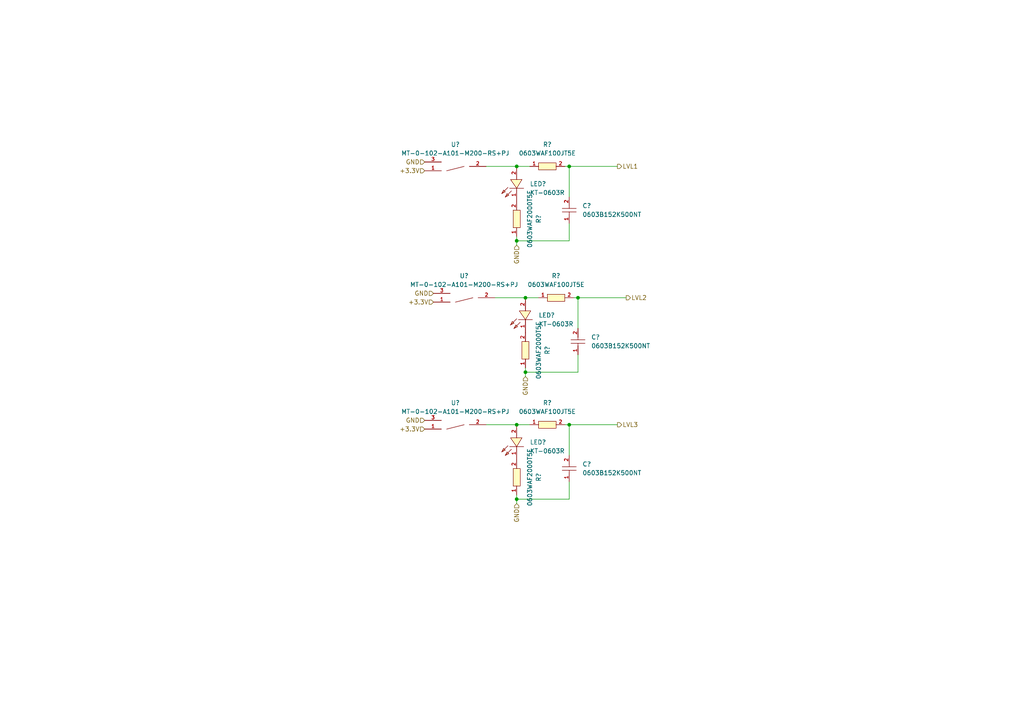
<source format=kicad_sch>
(kicad_sch (version 20230121) (generator eeschema)
  (paper "A4")
  (lib_symbols
    (symbol "0603B152K500NT:0603B152K500NT" (pin_names hide)
      (property "Reference" "C" (at 0 1.27 0))
      (property "Value" "0603B152K500NT" (at 0 -2.54 0))
      (symbol "0603B152K500NT_0_1"
        (polyline (pts (xy -1.27 0) (xy -0.508 0)))
        (polyline (pts (xy -0.508 2.032) (xy -0.508 -2.032)))
        (polyline (pts (xy 0.508 0) (xy 1.27 0)))
        (polyline (pts (xy 0.508 2.032) (xy 0.508 -2.032)))
        (pin input line (at -3.81 0 0) (length 2.54) (name "1") (number "1"))
        (pin input line (at 3.81 0 180) (length 2.54) (name "2") (number "2"))
      )
    )
    (symbol "0603WAF100JT5E:0603WAF100JT5E" (pin_names hide)
      (property "Reference" "R" (at 0 1.27 0))
      (property "Value" "0603WAF100JT5E" (at 0 -2.54 0))
      (symbol "0603WAF100JT5E_0_1"
        (rectangle (start -2.54 1.016) (end 2.54 -1.016) (fill (type background)))
        (pin input line (at -5.08 0 0) (length 2.54) (name "1") (number "1"))
        (pin input line (at 5.08 0 180) (length 2.54) (name "2") (number "2"))
      )
    )
    (symbol "0603WAF2000T5E:0603WAF2000T5E" (pin_names hide)
      (property "Reference" "R" (at 0 1.27 0))
      (property "Value" "0603WAF2000T5E" (at 0 -2.54 0))
      (symbol "0603WAF2000T5E_0_1"
        (rectangle (start -2.54 1.016) (end 2.54 -1.016) (fill (type background)))
        (pin input line (at -5.08 0 0) (length 2.54) (name "1") (number "1"))
        (pin input line (at 5.08 0 180) (length 2.54) (name "2") (number "2"))
      )
    )
    (symbol "KT-0603R:KT-0603R" (pin_names hide)
      (property "Reference" "LED" (at 0 1.27 0))
      (property "Value" "KT-0603R" (at 0 -2.54 0))
      (symbol "KT-0603R_0_1"
        (polyline (pts (xy -2.032 1.524) (xy -3.81 3.302)))
        (polyline (pts (xy -1.27 2.032) (xy -1.27 -2.032)))
        (polyline (pts (xy -1.016 2.54) (xy -2.794 4.318)))
        (polyline (pts (xy -3.81 3.302) (xy -2.794 2.794) (xy -3.302 2.286) (xy -3.81 3.302)) (fill (type background)))
        (polyline (pts (xy -2.794 4.318) (xy -1.778 3.81) (xy -2.286 3.302) (xy -2.794 4.318)) (fill (type background)))
        (polyline (pts (xy 1.27 -1.524) (xy -1.27 0) (xy 1.27 1.778) (xy 1.27 -1.524)) (fill (type background)))
        (pin unspecified line (at -5.08 0 0) (length 3.81) (name "K") (number "1"))
        (pin unspecified line (at 5.08 0 180) (length 3.81) (name "A") (number "2"))
      )
    )
    (symbol "MT-0-102-A101-M200-RS+PJ:MT-0-102-A101-M200-RS+PJ" (pin_names hide)
      (property "Reference" "U" (at 0 1.27 0))
      (property "Value" "MT-0-102-A101-M200-RS+PJ" (at 0 -2.54 0))
      (symbol "MT-0-102-A101-M200-RS+PJ_0_1"
        (polyline (pts (xy -3.81 -1.27) (xy 1.27 -2.54)))
        (pin unspecified line (at 7.62 -2.54 180) (length 4.826) (name "1") (number "1"))
        (pin unspecified line (at -10.16 -1.27 0) (length 4.826) (name "2") (number "2"))
        (pin unspecified line (at 7.62 0 180) (length 4.826) (name "3") (number "3"))
      )
    )
  )
  (junction (at 149.86 48.26))
  (junction (at 149.86 144.78))
  (junction (at 152.4 107.95))
  (junction (at 167.64 86.36))
  (junction (at 149.86 123.19))
  (junction (at 149.86 69.85))
  (junction (at 152.4 86.36))
  (junction (at 165.1 48.26))
  (junction (at 165.1 123.19))
  (wire (pts (xy 165.1 48.26) (xy 165.1 57.15)))
  (wire (pts (xy 165.1 139.7) (xy 165.1 144.78)))
  (wire (pts (xy 140.97 48.26) (xy 149.86 48.26)))
  (wire (pts (xy 165.1 48.26) (xy 179.07 48.26)))
  (wire (pts (xy 163.83 123.19) (xy 165.1 123.19)))
  (wire (pts (xy 165.1 123.19) (xy 165.1 132.08)))
  (wire (pts (xy 149.86 123.19) (xy 153.67 123.19)))
  (wire (pts (xy 165.1 144.78) (xy 149.86 144.78)))
  (wire (pts (xy 149.86 143.51) (xy 149.86 144.78)))
  (wire (pts (xy 165.1 123.19) (xy 179.07 123.19)))
  (wire (pts (xy 163.83 48.26) (xy 165.1 48.26)))
  (wire (pts (xy 140.97 123.19) (xy 149.86 123.19)))
  (wire (pts (xy 149.86 144.78) (xy 149.86 146.05)))
  (wire (pts (xy 149.86 48.26) (xy 153.67 48.26)))
  (wire (pts (xy 167.64 86.36) (xy 181.61 86.36)))
  (wire (pts (xy 152.4 106.68) (xy 152.4 107.95)))
  (wire (pts (xy 165.1 64.77) (xy 165.1 69.85)))
  (wire (pts (xy 166.37 86.36) (xy 167.64 86.36)))
  (wire (pts (xy 149.86 68.58) (xy 149.86 69.85)))
  (wire (pts (xy 167.64 107.95) (xy 152.4 107.95)))
  (wire (pts (xy 165.1 69.85) (xy 149.86 69.85)))
  (wire (pts (xy 167.64 86.36) (xy 167.64 95.25)))
  (wire (pts (xy 152.4 107.95) (xy 152.4 109.22)))
  (wire (pts (xy 152.4 86.36) (xy 156.21 86.36)))
  (wire (pts (xy 167.64 102.87) (xy 167.64 107.95)))
  (wire (pts (xy 149.86 69.85) (xy 149.86 71.12)))
  (wire (pts (xy 143.51 86.36) (xy 152.4 86.36)))
  (hierarchical_label "+3.3V" (shape input) (at 123.19 49.53 180))
  (hierarchical_label "+3.3V" (shape input) (at 125.73 87.63 180))
  (hierarchical_label "GND" (shape input) (at 152.4 109.22 270))
  (hierarchical_label "GND" (shape input) (at 123.19 121.92 180))
  (hierarchical_label "GND" (shape input) (at 149.86 146.05 270))
  (hierarchical_label "GND" (shape input) (at 149.86 71.12 270))
  (hierarchical_label "GND" (shape input) (at 125.73 85.09 180))
  (hierarchical_label "GND" (shape input) (at 123.19 46.99 180))
  (hierarchical_label "LVL1" (shape output) (at 179.07 48.26 0))
  (hierarchical_label "+3.3V" (shape input) (at 123.19 124.46 180))
  (hierarchical_label "LVL2" (shape output) (at 181.61 86.36 0))
  (hierarchical_label "LVL3" (shape output) (at 179.07 123.19 0))
  (symbol (lib_id "0603WAF100JT5E:0603WAF100JT5E") (at 158.75 123.19 0) (unit 1)
    (property "Reference" "R?" (at 158.75 116.84 0))
    (property "Value" "0603WAF100JT5E" (at 158.75 119.38 0))
    (property "Footprint" "footprint:R0603" (effects hide))
    (property "Datasheet" "https://www.mouser.in/datasheet/2/447/PYu_RT_1_to_0_01_RoHS_L_11-1669912.pdf" (effects hide))
    (property "LCSC" "C22859" (effects hide))
    (instances (project "Kaboom_box" (path "" (reference "R?") (unit 1)) (path "" (reference "R?") (unit 1)) (path "" (reference "R118") (unit 1))))
  )
  (symbol (lib_id "0603WAF2000T5E:0603WAF2000T5E") (at 149.86 63.5 270) (mirror x) (unit 1)
    (property "Reference" "R?" (at 156.21 63.5 0))
    (property "Value" "0603WAF2000T5E" (at 153.67 63.5 0))
    (property "Footprint" "footprint:R0603" (effects hide))
    (property "Datasheet" "https://www.mouser.in/datasheet/2/447/PYu_RT_1_to_0_01_RoHS_L_11-1669912.pdf" (effects hide))
    (property "LCSC" "C8218" (effects hide))
    (instances (project "Kaboom_box" (path "" (reference "R?") (unit 1)) (path "" (reference "R?") (unit 1)) (path "" (reference "R115") (unit 1))))
  )
  (symbol (lib_id "KT-0603R:KT-0603R") (at 149.86 128.27 90) (unit 1)
    (property "Reference" "LED?" (at 153.67 128.27 90) (effects (justify right)))
    (property "Value" "KT-0603R" (at 153.67 130.81 90) (effects (justify right)))
    (property "Footprint" "footprint:LED0603-RD" (effects hide))
    (property "Datasheet" "https://item.szlcsc.com/347874.html" (effects hide))
    (property "LCSC" "C2286" (effects hide))
    (instances (project "Kaboom_box" (path "" (reference "LED?") (unit 1)) (path "" (reference "LED?") (unit 1)) (path "" (reference "LED103") (unit 1))))
  )
  (symbol (lib_id "KT-0603R:KT-0603R") (at 149.86 53.34 90) (unit 1)
    (property "Reference" "LED?" (at 153.67 53.34 90) (effects (justify right)))
    (property "Value" "KT-0603R" (at 153.67 55.88 90) (effects (justify right)))
    (property "Footprint" "footprint:LED0603-RD" (effects hide))
    (property "Datasheet" "https://item.szlcsc.com/347874.html" (effects hide))
    (property "LCSC" "C2286" (effects hide))
    (instances (project "Kaboom_box" (path "" (reference "LED?") (unit 1)) (path "" (reference "LED?") (unit 1)) (path "" (reference "LED101") (unit 1))))
  )
  (symbol (lib_id "0603B152K500NT:0603B152K500NT") (at 165.1 135.89 90) (unit 1)
    (property "Reference" "C?" (at 168.91 134.62 90) (effects (justify right)))
    (property "Value" "0603B152K500NT" (at 168.91 137.16 90) (effects (justify right)))
    (property "Footprint" "footprint:C0603" (effects hide))
    (property "Datasheet" "https://item.szlcsc.com/362304.html" (effects hide))
    (property "LCSC" "C1595" (effects hide))
    (instances (project "Kaboom_box" (path "" (reference "C?") (unit 1)) (path "" (reference "C?") (unit 1)) (path "" (reference "C115") (unit 1))))
  )
  (symbol (lib_id "MT-0-102-A101-M200-RS+PJ:MT-0-102-A101-M200-RS+PJ") (at 130.81 46.99 0) (mirror y) (unit 1)
    (property "Reference" "U?" (at 132.08 41.91 0))
    (property "Value" "MT-0-102-A101-M200-RS+PJ" (at 132.08 44.45 0))
    (property "Footprint" "footprint:SW-TH_MT-0-103-A101-M200-RS" (effects hide))
    (property "Datasheet" "https://item.szlcsc.com/1879284.html" (effects hide))
    (property "LCSC" "C1788492" (effects hide))
    (instances (project "Kaboom_box" (path "" (reference "U?") (unit 1)) (path "" (reference "U?") (unit 1)) (path "" (reference "U140") (unit 1))))
  )
  (symbol (lib_id "MT-0-102-A101-M200-RS+PJ:MT-0-102-A101-M200-RS+PJ") (at 133.35 85.09 0) (mirror y) (unit 1)
    (property "Reference" "U?" (at 134.62 80.01 0))
    (property "Value" "MT-0-102-A101-M200-RS+PJ" (at 134.62 82.55 0))
    (property "Footprint" "footprint:SW-TH_MT-0-103-A101-M200-RS" (effects hide))
    (property "Datasheet" "https://item.szlcsc.com/1879284.html" (effects hide))
    (property "LCSC" "C1788492" (effects hide))
    (instances (project "Kaboom_box" (path "" (reference "U?") (unit 1)) (path "" (reference "U?") (unit 1)) (path "" (reference "U141") (unit 1))))
  )
  (symbol (lib_id "0603WAF100JT5E:0603WAF100JT5E") (at 158.75 48.26 0) (unit 1)
    (property "Reference" "R?" (at 158.75 41.91 0))
    (property "Value" "0603WAF100JT5E" (at 158.75 44.45 0))
    (property "Footprint" "footprint:R0603" (effects hide))
    (property "Datasheet" "https://www.mouser.in/datasheet/2/447/PYu_RT_1_to_0_01_RoHS_L_11-1669912.pdf" (effects hide))
    (property "LCSC" "C22859" (effects hide))
    (instances (project "Kaboom_box" (path "" (reference "R?") (unit 1)) (path "" (reference "R?") (unit 1)) (path "" (reference "R114") (unit 1))))
  )
  (symbol (lib_id "0603WAF100JT5E:0603WAF100JT5E") (at 161.29 86.36 0) (unit 1)
    (property "Reference" "R?" (at 161.29 80.01 0))
    (property "Value" "0603WAF100JT5E" (at 161.29 82.55 0))
    (property "Footprint" "footprint:R0603" (effects hide))
    (property "Datasheet" "https://www.mouser.in/datasheet/2/447/PYu_RT_1_to_0_01_RoHS_L_11-1669912.pdf" (effects hide))
    (property "LCSC" "C22859" (effects hide))
    (instances (project "Kaboom_box" (path "" (reference "R?") (unit 1)) (path "" (reference "R?") (unit 1)) (path "" (reference "R116") (unit 1))))
  )
  (symbol (lib_id "0603B152K500NT:0603B152K500NT") (at 165.1 60.96 90) (unit 1)
    (property "Reference" "C?" (at 168.91 59.69 90) (effects (justify right)))
    (property "Value" "0603B152K500NT" (at 168.91 62.23 90) (effects (justify right)))
    (property "Footprint" "footprint:C0603" (effects hide))
    (property "Datasheet" "https://item.szlcsc.com/362304.html" (effects hide))
    (property "LCSC" "C1595" (effects hide))
    (instances (project "Kaboom_box" (path "" (reference "C?") (unit 1)) (path "" (reference "C?") (unit 1)) (path "" (reference "C113") (unit 1))))
  )
  (symbol (lib_id "MT-0-102-A101-M200-RS+PJ:MT-0-102-A101-M200-RS+PJ") (at 130.81 121.92 0) (mirror y) (unit 1)
    (property "Reference" "U?" (at 132.08 116.84 0))
    (property "Value" "MT-0-102-A101-M200-RS+PJ" (at 132.08 119.38 0))
    (property "Footprint" "footprint:SW-TH_MT-0-103-A101-M200-RS" (effects hide))
    (property "Datasheet" "https://item.szlcsc.com/1879284.html" (effects hide))
    (property "LCSC" "C1788492" (effects hide))
    (instances (project "Kaboom_box" (path "" (reference "U?") (unit 1)) (path "" (reference "U?") (unit 1)) (path "" (reference "U142") (unit 1))))
  )
  (symbol (lib_id "0603WAF2000T5E:0603WAF2000T5E") (at 152.4 101.6 270) (mirror x) (unit 1)
    (property "Reference" "R?" (at 158.75 101.6 0))
    (property "Value" "0603WAF2000T5E" (at 156.21 101.6 0))
    (property "Footprint" "footprint:R0603" (effects hide))
    (property "Datasheet" "https://www.mouser.in/datasheet/2/447/PYu_RT_1_to_0_01_RoHS_L_11-1669912.pdf" (effects hide))
    (property "LCSC" "C8218" (effects hide))
    (instances (project "Kaboom_box" (path "" (reference "R?") (unit 1)) (path "" (reference "R?") (unit 1)) (path "" (reference "R117") (unit 1))))
  )
  (symbol (lib_id "KT-0603R:KT-0603R") (at 152.4 91.44 90) (unit 1)
    (property "Reference" "LED?" (at 156.21 91.44 90) (effects (justify right)))
    (property "Value" "KT-0603R" (at 156.21 93.98 90) (effects (justify right)))
    (property "Footprint" "footprint:LED0603-RD" (effects hide))
    (property "Datasheet" "https://item.szlcsc.com/347874.html" (effects hide))
    (property "LCSC" "C2286" (effects hide))
    (instances (project "Kaboom_box" (path "" (reference "LED?") (unit 1)) (path "" (reference "LED?") (unit 1)) (path "" (reference "LED102") (unit 1))))
  )
  (symbol (lib_id "0603WAF2000T5E:0603WAF2000T5E") (at 149.86 138.43 270) (mirror x) (unit 1)
    (property "Reference" "R?" (at 156.21 138.43 0))
    (property "Value" "0603WAF2000T5E" (at 153.67 138.43 0))
    (property "Footprint" "footprint:R0603" (effects hide))
    (property "Datasheet" "https://www.mouser.in/datasheet/2/447/PYu_RT_1_to_0_01_RoHS_L_11-1669912.pdf" (effects hide))
    (property "LCSC" "C8218" (effects hide))
    (instances (project "Kaboom_box" (path "" (reference "R?") (unit 1)) (path "" (reference "R?") (unit 1)) (path "" (reference "R119") (unit 1))))
  )
  (symbol (lib_id "0603B152K500NT:0603B152K500NT") (at 167.64 99.06 90) (unit 1)
    (property "Reference" "C?" (at 171.45 97.79 90) (effects (justify right)))
    (property "Value" "0603B152K500NT" (at 171.45 100.33 90) (effects (justify right)))
    (property "Footprint" "footprint:C0603" (effects hide))
    (property "Datasheet" "https://item.szlcsc.com/362304.html" (effects hide))
    (property "LCSC" "C1595" (effects hide))
    (instances (project "Kaboom_box" (path "" (reference "C?") (unit 1)) (path "" (reference "C?") (unit 1)) (path "" (reference "C114") (unit 1))))
  )
)
</source>
